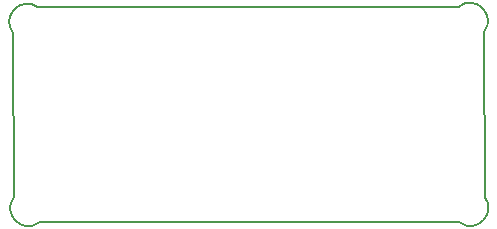
<source format=gbr>
G04 #@! TF.GenerationSoftware,KiCad,Pcbnew,(5.1.6-0-10_14)*
G04 #@! TF.CreationDate,2020-07-04T12:59:23-07:00*
G04 #@! TF.ProjectId,Compact,436f6d70-6163-4742-9e6b-696361645f70,rev?*
G04 #@! TF.SameCoordinates,Original*
G04 #@! TF.FileFunction,Profile,NP*
%FSLAX46Y46*%
G04 Gerber Fmt 4.6, Leading zero omitted, Abs format (unit mm)*
G04 Created by KiCad (PCBNEW (5.1.6-0-10_14)) date 2020-07-04 12:59:23*
%MOMM*%
%LPD*%
G01*
G04 APERTURE LIST*
G04 #@! TA.AperFunction,Profile*
%ADD10C,0.150000*%
G04 #@! TD*
G04 APERTURE END LIST*
D10*
X127820000Y-108230000D02*
G75*
G02*
X125640020Y-106120026I-939980J1209974D01*
G01*
X125590026Y-92199980D02*
G75*
G02*
X127700000Y-90020000I1209974J939980D01*
G01*
X165509974Y-106060020D02*
G75*
G02*
X163400000Y-108240000I-1209974J-939980D01*
G01*
X163310020Y-89970026D02*
G75*
G02*
X165490000Y-92080000I939980J-1209974D01*
G01*
X125640020Y-106120026D02*
X125590026Y-92199980D01*
X163400000Y-108240000D02*
X127820000Y-108230000D01*
X165490000Y-92080000D02*
X165509974Y-106060020D01*
X127700000Y-90020000D02*
X163310020Y-89970026D01*
M02*

</source>
